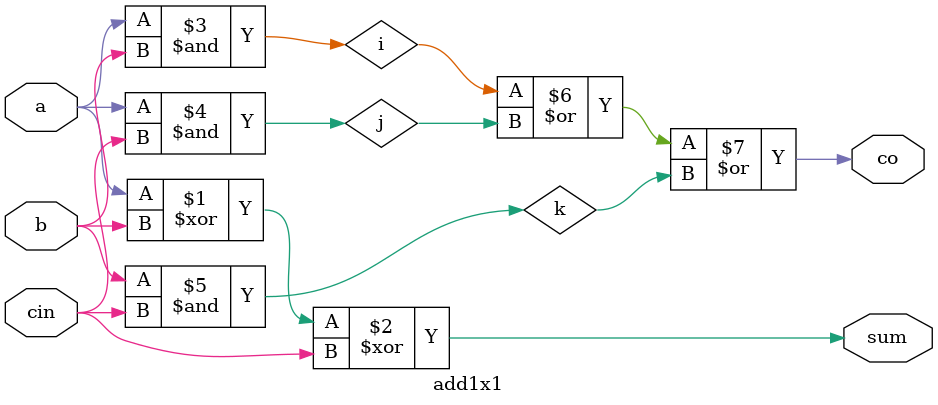
<source format=v>
`timescale 1ns / 1ps

module add1x1(
  input a,
  input b,
  input cin,
  output sum,
  output co);

  xor g1(sum,a,b,cin);
  and g2(i,a,b);
  and g3(j,a,cin);
  and g4(k,b,cin);
  or g5(co,i,j,k);

endmodule
</source>
